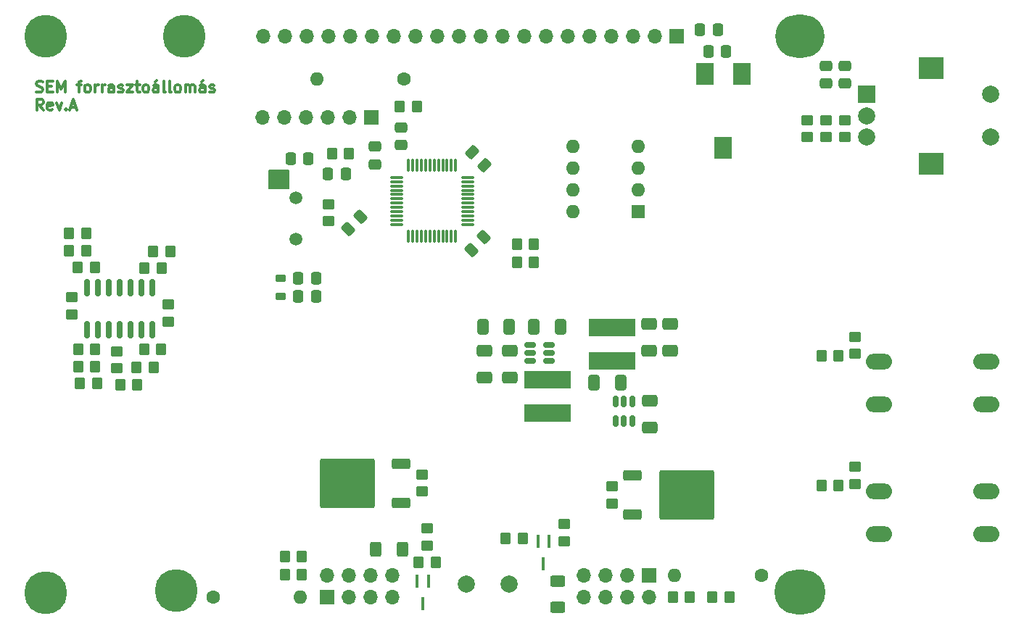
<source format=gts>
G04 #@! TF.GenerationSoftware,KiCad,Pcbnew,7.0.6*
G04 #@! TF.CreationDate,2023-08-14T20:41:20+02:00*
G04 #@! TF.ProjectId,forrasztos,666f7272-6173-47a7-946f-732e6b696361,rev?*
G04 #@! TF.SameCoordinates,Original*
G04 #@! TF.FileFunction,Soldermask,Top*
G04 #@! TF.FilePolarity,Negative*
%FSLAX46Y46*%
G04 Gerber Fmt 4.6, Leading zero omitted, Abs format (unit mm)*
G04 Created by KiCad (PCBNEW 7.0.6) date 2023-08-14 20:41:20*
%MOMM*%
%LPD*%
G01*
G04 APERTURE LIST*
G04 Aperture macros list*
%AMRoundRect*
0 Rectangle with rounded corners*
0 $1 Rounding radius*
0 $2 $3 $4 $5 $6 $7 $8 $9 X,Y pos of 4 corners*
0 Add a 4 corners polygon primitive as box body*
4,1,4,$2,$3,$4,$5,$6,$7,$8,$9,$2,$3,0*
0 Add four circle primitives for the rounded corners*
1,1,$1+$1,$2,$3*
1,1,$1+$1,$4,$5*
1,1,$1+$1,$6,$7*
1,1,$1+$1,$8,$9*
0 Add four rect primitives between the rounded corners*
20,1,$1+$1,$2,$3,$4,$5,0*
20,1,$1+$1,$4,$5,$6,$7,0*
20,1,$1+$1,$6,$7,$8,$9,0*
20,1,$1+$1,$8,$9,$2,$3,0*%
G04 Aperture macros list end*
%ADD10C,0.200000*%
%ADD11C,0.300000*%
%ADD12O,3.048000X1.850000*%
%ADD13RoundRect,0.150000X0.150000X-0.512500X0.150000X0.512500X-0.150000X0.512500X-0.150000X-0.512500X0*%
%ADD14RoundRect,0.250000X0.400000X0.625000X-0.400000X0.625000X-0.400000X-0.625000X0.400000X-0.625000X0*%
%ADD15RoundRect,0.250000X0.450000X-0.350000X0.450000X0.350000X-0.450000X0.350000X-0.450000X-0.350000X0*%
%ADD16C,2.900000*%
%ADD17C,5.000000*%
%ADD18O,3.670000X3.100000*%
%ADD19O,5.970000X5.200000*%
%ADD20O,3.670000X2.900000*%
%ADD21O,5.770000X5.000000*%
%ADD22RoundRect,0.250000X-0.337500X-0.475000X0.337500X-0.475000X0.337500X0.475000X-0.337500X0.475000X0*%
%ADD23O,1.700000X1.700000*%
%ADD24R,1.700000X1.700000*%
%ADD25R,0.450000X1.500000*%
%ADD26RoundRect,0.250000X0.475000X-0.337500X0.475000X0.337500X-0.475000X0.337500X-0.475000X-0.337500X0*%
%ADD27RoundRect,0.250000X-0.350000X-0.450000X0.350000X-0.450000X0.350000X0.450000X-0.350000X0.450000X0*%
%ADD28RoundRect,0.150000X-0.150000X0.825000X-0.150000X-0.825000X0.150000X-0.825000X0.150000X0.825000X0*%
%ADD29RoundRect,0.150000X0.512500X0.150000X-0.512500X0.150000X-0.512500X-0.150000X0.512500X-0.150000X0*%
%ADD30RoundRect,0.250000X-0.574524X-0.097227X-0.097227X-0.574524X0.574524X0.097227X0.097227X0.574524X0*%
%ADD31RoundRect,0.249997X-2.950003X-2.650003X2.950003X-2.650003X2.950003X2.650003X-2.950003X2.650003X0*%
%ADD32RoundRect,0.250000X-0.850000X-0.350000X0.850000X-0.350000X0.850000X0.350000X-0.850000X0.350000X0*%
%ADD33R,5.500000X2.150000*%
%ADD34RoundRect,0.250000X-0.450000X0.350000X-0.450000X-0.350000X0.450000X-0.350000X0.450000X0.350000X0*%
%ADD35RoundRect,0.250000X0.650000X-0.412500X0.650000X0.412500X-0.650000X0.412500X-0.650000X-0.412500X0*%
%ADD36RoundRect,0.075000X-0.662500X-0.075000X0.662500X-0.075000X0.662500X0.075000X-0.662500X0.075000X0*%
%ADD37RoundRect,0.075000X-0.075000X-0.662500X0.075000X-0.662500X0.075000X0.662500X-0.075000X0.662500X0*%
%ADD38RoundRect,0.250000X0.350000X0.450000X-0.350000X0.450000X-0.350000X-0.450000X0.350000X-0.450000X0*%
%ADD39RoundRect,0.250000X-0.097227X0.574524X-0.574524X0.097227X0.097227X-0.574524X0.574524X-0.097227X0*%
%ADD40RoundRect,0.218750X-0.381250X0.218750X-0.381250X-0.218750X0.381250X-0.218750X0.381250X0.218750X0*%
%ADD41RoundRect,0.250000X-0.412500X-0.650000X0.412500X-0.650000X0.412500X0.650000X-0.412500X0.650000X0*%
%ADD42RoundRect,0.250000X0.412500X0.650000X-0.412500X0.650000X-0.412500X-0.650000X0.412500X-0.650000X0*%
%ADD43C,1.600000*%
%ADD44O,1.600000X1.600000*%
%ADD45RoundRect,0.250000X0.625000X-0.400000X0.625000X0.400000X-0.625000X0.400000X-0.625000X-0.400000X0*%
%ADD46R,2.000000X2.500000*%
%ADD47C,1.500000*%
%ADD48C,2.000000*%
%ADD49R,1.600000X1.600000*%
%ADD50R,2.000000X2.000000*%
%ADD51R,3.000000X2.500000*%
%ADD52RoundRect,0.250000X-0.650000X0.412500X-0.650000X-0.412500X0.650000X-0.412500X0.650000X0.412500X0*%
%ADD53RoundRect,0.249997X2.950003X2.650003X-2.950003X2.650003X-2.950003X-2.650003X2.950003X-2.650003X0*%
%ADD54RoundRect,0.250000X0.850000X0.350000X-0.850000X0.350000X-0.850000X-0.350000X0.850000X-0.350000X0*%
G04 APERTURE END LIST*
D10*
X122050000Y-81150000D02*
X124350000Y-81150000D01*
X124350000Y-83300000D01*
X122050000Y-83300000D01*
X122050000Y-81150000D01*
G36*
X122050000Y-81150000D02*
G01*
X124350000Y-81150000D01*
X124350000Y-83300000D01*
X122050000Y-83300000D01*
X122050000Y-81150000D01*
G37*
D11*
X94894987Y-71970400D02*
X95080701Y-72032304D01*
X95080701Y-72032304D02*
X95390225Y-72032304D01*
X95390225Y-72032304D02*
X95514034Y-71970400D01*
X95514034Y-71970400D02*
X95575939Y-71908495D01*
X95575939Y-71908495D02*
X95637844Y-71784685D01*
X95637844Y-71784685D02*
X95637844Y-71660876D01*
X95637844Y-71660876D02*
X95575939Y-71537066D01*
X95575939Y-71537066D02*
X95514034Y-71475161D01*
X95514034Y-71475161D02*
X95390225Y-71413257D01*
X95390225Y-71413257D02*
X95142606Y-71351352D01*
X95142606Y-71351352D02*
X95018796Y-71289447D01*
X95018796Y-71289447D02*
X94956891Y-71227542D01*
X94956891Y-71227542D02*
X94894987Y-71103733D01*
X94894987Y-71103733D02*
X94894987Y-70979923D01*
X94894987Y-70979923D02*
X94956891Y-70856114D01*
X94956891Y-70856114D02*
X95018796Y-70794209D01*
X95018796Y-70794209D02*
X95142606Y-70732304D01*
X95142606Y-70732304D02*
X95452129Y-70732304D01*
X95452129Y-70732304D02*
X95637844Y-70794209D01*
X96194986Y-71351352D02*
X96628320Y-71351352D01*
X96814034Y-72032304D02*
X96194986Y-72032304D01*
X96194986Y-72032304D02*
X96194986Y-70732304D01*
X96194986Y-70732304D02*
X96814034Y-70732304D01*
X97371176Y-72032304D02*
X97371176Y-70732304D01*
X97371176Y-70732304D02*
X97804510Y-71660876D01*
X97804510Y-71660876D02*
X98237843Y-70732304D01*
X98237843Y-70732304D02*
X98237843Y-72032304D01*
X99661652Y-71165638D02*
X100156890Y-71165638D01*
X99847366Y-72032304D02*
X99847366Y-70918019D01*
X99847366Y-70918019D02*
X99909271Y-70794209D01*
X99909271Y-70794209D02*
X100033081Y-70732304D01*
X100033081Y-70732304D02*
X100156890Y-70732304D01*
X100775938Y-72032304D02*
X100652128Y-71970400D01*
X100652128Y-71970400D02*
X100590223Y-71908495D01*
X100590223Y-71908495D02*
X100528319Y-71784685D01*
X100528319Y-71784685D02*
X100528319Y-71413257D01*
X100528319Y-71413257D02*
X100590223Y-71289447D01*
X100590223Y-71289447D02*
X100652128Y-71227542D01*
X100652128Y-71227542D02*
X100775938Y-71165638D01*
X100775938Y-71165638D02*
X100961652Y-71165638D01*
X100961652Y-71165638D02*
X101085461Y-71227542D01*
X101085461Y-71227542D02*
X101147366Y-71289447D01*
X101147366Y-71289447D02*
X101209271Y-71413257D01*
X101209271Y-71413257D02*
X101209271Y-71784685D01*
X101209271Y-71784685D02*
X101147366Y-71908495D01*
X101147366Y-71908495D02*
X101085461Y-71970400D01*
X101085461Y-71970400D02*
X100961652Y-72032304D01*
X100961652Y-72032304D02*
X100775938Y-72032304D01*
X101766413Y-72032304D02*
X101766413Y-71165638D01*
X101766413Y-71413257D02*
X101828318Y-71289447D01*
X101828318Y-71289447D02*
X101890223Y-71227542D01*
X101890223Y-71227542D02*
X102014032Y-71165638D01*
X102014032Y-71165638D02*
X102137842Y-71165638D01*
X102571175Y-72032304D02*
X102571175Y-71165638D01*
X102571175Y-71413257D02*
X102633080Y-71289447D01*
X102633080Y-71289447D02*
X102694985Y-71227542D01*
X102694985Y-71227542D02*
X102818794Y-71165638D01*
X102818794Y-71165638D02*
X102942604Y-71165638D01*
X103933080Y-72032304D02*
X103933080Y-71351352D01*
X103933080Y-71351352D02*
X103871175Y-71227542D01*
X103871175Y-71227542D02*
X103747366Y-71165638D01*
X103747366Y-71165638D02*
X103499747Y-71165638D01*
X103499747Y-71165638D02*
X103375937Y-71227542D01*
X103933080Y-71970400D02*
X103809271Y-72032304D01*
X103809271Y-72032304D02*
X103499747Y-72032304D01*
X103499747Y-72032304D02*
X103375937Y-71970400D01*
X103375937Y-71970400D02*
X103314033Y-71846590D01*
X103314033Y-71846590D02*
X103314033Y-71722780D01*
X103314033Y-71722780D02*
X103375937Y-71598971D01*
X103375937Y-71598971D02*
X103499747Y-71537066D01*
X103499747Y-71537066D02*
X103809271Y-71537066D01*
X103809271Y-71537066D02*
X103933080Y-71475161D01*
X104490223Y-71970400D02*
X104614032Y-72032304D01*
X104614032Y-72032304D02*
X104861651Y-72032304D01*
X104861651Y-72032304D02*
X104985461Y-71970400D01*
X104985461Y-71970400D02*
X105047365Y-71846590D01*
X105047365Y-71846590D02*
X105047365Y-71784685D01*
X105047365Y-71784685D02*
X104985461Y-71660876D01*
X104985461Y-71660876D02*
X104861651Y-71598971D01*
X104861651Y-71598971D02*
X104675937Y-71598971D01*
X104675937Y-71598971D02*
X104552127Y-71537066D01*
X104552127Y-71537066D02*
X104490223Y-71413257D01*
X104490223Y-71413257D02*
X104490223Y-71351352D01*
X104490223Y-71351352D02*
X104552127Y-71227542D01*
X104552127Y-71227542D02*
X104675937Y-71165638D01*
X104675937Y-71165638D02*
X104861651Y-71165638D01*
X104861651Y-71165638D02*
X104985461Y-71227542D01*
X105480699Y-71165638D02*
X106161651Y-71165638D01*
X106161651Y-71165638D02*
X105480699Y-72032304D01*
X105480699Y-72032304D02*
X106161651Y-72032304D01*
X106471175Y-71165638D02*
X106966413Y-71165638D01*
X106656889Y-70732304D02*
X106656889Y-71846590D01*
X106656889Y-71846590D02*
X106718794Y-71970400D01*
X106718794Y-71970400D02*
X106842604Y-72032304D01*
X106842604Y-72032304D02*
X106966413Y-72032304D01*
X107585461Y-72032304D02*
X107461651Y-71970400D01*
X107461651Y-71970400D02*
X107399746Y-71908495D01*
X107399746Y-71908495D02*
X107337842Y-71784685D01*
X107337842Y-71784685D02*
X107337842Y-71413257D01*
X107337842Y-71413257D02*
X107399746Y-71289447D01*
X107399746Y-71289447D02*
X107461651Y-71227542D01*
X107461651Y-71227542D02*
X107585461Y-71165638D01*
X107585461Y-71165638D02*
X107771175Y-71165638D01*
X107771175Y-71165638D02*
X107894984Y-71227542D01*
X107894984Y-71227542D02*
X107956889Y-71289447D01*
X107956889Y-71289447D02*
X108018794Y-71413257D01*
X108018794Y-71413257D02*
X108018794Y-71784685D01*
X108018794Y-71784685D02*
X107956889Y-71908495D01*
X107956889Y-71908495D02*
X107894984Y-71970400D01*
X107894984Y-71970400D02*
X107771175Y-72032304D01*
X107771175Y-72032304D02*
X107585461Y-72032304D01*
X109133079Y-72032304D02*
X109133079Y-71351352D01*
X109133079Y-71351352D02*
X109071174Y-71227542D01*
X109071174Y-71227542D02*
X108947365Y-71165638D01*
X108947365Y-71165638D02*
X108699746Y-71165638D01*
X108699746Y-71165638D02*
X108575936Y-71227542D01*
X109133079Y-71970400D02*
X109009270Y-72032304D01*
X109009270Y-72032304D02*
X108699746Y-72032304D01*
X108699746Y-72032304D02*
X108575936Y-71970400D01*
X108575936Y-71970400D02*
X108514032Y-71846590D01*
X108514032Y-71846590D02*
X108514032Y-71722780D01*
X108514032Y-71722780D02*
X108575936Y-71598971D01*
X108575936Y-71598971D02*
X108699746Y-71537066D01*
X108699746Y-71537066D02*
X109009270Y-71537066D01*
X109009270Y-71537066D02*
X109133079Y-71475161D01*
X108947365Y-70670400D02*
X108761651Y-70856114D01*
X109937841Y-72032304D02*
X109814031Y-71970400D01*
X109814031Y-71970400D02*
X109752126Y-71846590D01*
X109752126Y-71846590D02*
X109752126Y-70732304D01*
X110618793Y-72032304D02*
X110494983Y-71970400D01*
X110494983Y-71970400D02*
X110433078Y-71846590D01*
X110433078Y-71846590D02*
X110433078Y-70732304D01*
X111299745Y-72032304D02*
X111175935Y-71970400D01*
X111175935Y-71970400D02*
X111114030Y-71908495D01*
X111114030Y-71908495D02*
X111052126Y-71784685D01*
X111052126Y-71784685D02*
X111052126Y-71413257D01*
X111052126Y-71413257D02*
X111114030Y-71289447D01*
X111114030Y-71289447D02*
X111175935Y-71227542D01*
X111175935Y-71227542D02*
X111299745Y-71165638D01*
X111299745Y-71165638D02*
X111485459Y-71165638D01*
X111485459Y-71165638D02*
X111609268Y-71227542D01*
X111609268Y-71227542D02*
X111671173Y-71289447D01*
X111671173Y-71289447D02*
X111733078Y-71413257D01*
X111733078Y-71413257D02*
X111733078Y-71784685D01*
X111733078Y-71784685D02*
X111671173Y-71908495D01*
X111671173Y-71908495D02*
X111609268Y-71970400D01*
X111609268Y-71970400D02*
X111485459Y-72032304D01*
X111485459Y-72032304D02*
X111299745Y-72032304D01*
X112290220Y-72032304D02*
X112290220Y-71165638D01*
X112290220Y-71289447D02*
X112352125Y-71227542D01*
X112352125Y-71227542D02*
X112475935Y-71165638D01*
X112475935Y-71165638D02*
X112661649Y-71165638D01*
X112661649Y-71165638D02*
X112785458Y-71227542D01*
X112785458Y-71227542D02*
X112847363Y-71351352D01*
X112847363Y-71351352D02*
X112847363Y-72032304D01*
X112847363Y-71351352D02*
X112909268Y-71227542D01*
X112909268Y-71227542D02*
X113033077Y-71165638D01*
X113033077Y-71165638D02*
X113218792Y-71165638D01*
X113218792Y-71165638D02*
X113342601Y-71227542D01*
X113342601Y-71227542D02*
X113404506Y-71351352D01*
X113404506Y-71351352D02*
X113404506Y-72032304D01*
X114580696Y-72032304D02*
X114580696Y-71351352D01*
X114580696Y-71351352D02*
X114518791Y-71227542D01*
X114518791Y-71227542D02*
X114394982Y-71165638D01*
X114394982Y-71165638D02*
X114147363Y-71165638D01*
X114147363Y-71165638D02*
X114023553Y-71227542D01*
X114580696Y-71970400D02*
X114456887Y-72032304D01*
X114456887Y-72032304D02*
X114147363Y-72032304D01*
X114147363Y-72032304D02*
X114023553Y-71970400D01*
X114023553Y-71970400D02*
X113961649Y-71846590D01*
X113961649Y-71846590D02*
X113961649Y-71722780D01*
X113961649Y-71722780D02*
X114023553Y-71598971D01*
X114023553Y-71598971D02*
X114147363Y-71537066D01*
X114147363Y-71537066D02*
X114456887Y-71537066D01*
X114456887Y-71537066D02*
X114580696Y-71475161D01*
X114394982Y-70670400D02*
X114209268Y-70856114D01*
X115137839Y-71970400D02*
X115261648Y-72032304D01*
X115261648Y-72032304D02*
X115509267Y-72032304D01*
X115509267Y-72032304D02*
X115633077Y-71970400D01*
X115633077Y-71970400D02*
X115694981Y-71846590D01*
X115694981Y-71846590D02*
X115694981Y-71784685D01*
X115694981Y-71784685D02*
X115633077Y-71660876D01*
X115633077Y-71660876D02*
X115509267Y-71598971D01*
X115509267Y-71598971D02*
X115323553Y-71598971D01*
X115323553Y-71598971D02*
X115199743Y-71537066D01*
X115199743Y-71537066D02*
X115137839Y-71413257D01*
X115137839Y-71413257D02*
X115137839Y-71351352D01*
X115137839Y-71351352D02*
X115199743Y-71227542D01*
X115199743Y-71227542D02*
X115323553Y-71165638D01*
X115323553Y-71165638D02*
X115509267Y-71165638D01*
X115509267Y-71165638D02*
X115633077Y-71227542D01*
X95699748Y-74125304D02*
X95266415Y-73506257D01*
X94956891Y-74125304D02*
X94956891Y-72825304D01*
X94956891Y-72825304D02*
X95452129Y-72825304D01*
X95452129Y-72825304D02*
X95575939Y-72887209D01*
X95575939Y-72887209D02*
X95637844Y-72949114D01*
X95637844Y-72949114D02*
X95699748Y-73072923D01*
X95699748Y-73072923D02*
X95699748Y-73258638D01*
X95699748Y-73258638D02*
X95637844Y-73382447D01*
X95637844Y-73382447D02*
X95575939Y-73444352D01*
X95575939Y-73444352D02*
X95452129Y-73506257D01*
X95452129Y-73506257D02*
X94956891Y-73506257D01*
X96752129Y-74063400D02*
X96628320Y-74125304D01*
X96628320Y-74125304D02*
X96380701Y-74125304D01*
X96380701Y-74125304D02*
X96256891Y-74063400D01*
X96256891Y-74063400D02*
X96194987Y-73939590D01*
X96194987Y-73939590D02*
X96194987Y-73444352D01*
X96194987Y-73444352D02*
X96256891Y-73320542D01*
X96256891Y-73320542D02*
X96380701Y-73258638D01*
X96380701Y-73258638D02*
X96628320Y-73258638D01*
X96628320Y-73258638D02*
X96752129Y-73320542D01*
X96752129Y-73320542D02*
X96814034Y-73444352D01*
X96814034Y-73444352D02*
X96814034Y-73568161D01*
X96814034Y-73568161D02*
X96194987Y-73691971D01*
X97247368Y-73258638D02*
X97556892Y-74125304D01*
X97556892Y-74125304D02*
X97866415Y-73258638D01*
X98361653Y-74001495D02*
X98423558Y-74063400D01*
X98423558Y-74063400D02*
X98361653Y-74125304D01*
X98361653Y-74125304D02*
X98299749Y-74063400D01*
X98299749Y-74063400D02*
X98361653Y-74001495D01*
X98361653Y-74001495D02*
X98361653Y-74125304D01*
X98918797Y-73753876D02*
X99537844Y-73753876D01*
X98794987Y-74125304D02*
X99228320Y-72825304D01*
X99228320Y-72825304D02*
X99661654Y-74125304D01*
D12*
X193300000Y-118700000D03*
X205800000Y-118700000D03*
X193300000Y-123700000D03*
X205800000Y-123700000D03*
D13*
X162550000Y-108175000D03*
X163500000Y-108175000D03*
X164450000Y-108175000D03*
X164450000Y-110450000D03*
X163500000Y-110450000D03*
X162550000Y-110450000D03*
D14*
X137650000Y-125400000D03*
X134550000Y-125400000D03*
D15*
X190440000Y-117800000D03*
X190440000Y-115800000D03*
D16*
X111200000Y-130300000D03*
D17*
X111200000Y-130300000D03*
D18*
X184000000Y-130400000D03*
D19*
X184000000Y-130400000D03*
D20*
X184000000Y-65500000D03*
D21*
X184000000Y-65500000D03*
D15*
X184850000Y-77300000D03*
X184850000Y-75300000D03*
D22*
X173362500Y-67300000D03*
X175437500Y-67300000D03*
D23*
X131340000Y-131010000D03*
X133880000Y-131010000D03*
X131340000Y-128470000D03*
X136420000Y-131010000D03*
X133880000Y-128470000D03*
X136420000Y-128470000D03*
D24*
X128800000Y-131010000D03*
D23*
X128800000Y-128470000D03*
D25*
X140650000Y-129140000D03*
X139350000Y-129140000D03*
X140000000Y-131800000D03*
D26*
X134400000Y-80437500D03*
X134400000Y-78362500D03*
D22*
X125462501Y-93800000D03*
X127537501Y-93800000D03*
X125462500Y-95900001D03*
X127537500Y-95900001D03*
D15*
X129000000Y-87100000D03*
X129000000Y-85100000D03*
D27*
X129400000Y-79200000D03*
X131400000Y-79200000D03*
X106585000Y-104185000D03*
X108585000Y-104185000D03*
D15*
X187050000Y-77300000D03*
X187050000Y-75300000D03*
D28*
X108435000Y-94865000D03*
X107165000Y-94865000D03*
X105895000Y-94865000D03*
X104625000Y-94865000D03*
X103355000Y-94865000D03*
X102085000Y-94865000D03*
X100815000Y-94865000D03*
X100815000Y-99815000D03*
X102085000Y-99815000D03*
X103355000Y-99815000D03*
X104625000Y-99815000D03*
X105895000Y-99815000D03*
X107165000Y-99815000D03*
X108435000Y-99815000D03*
D22*
X172362500Y-64700000D03*
X174437500Y-64700000D03*
D29*
X154787500Y-103425000D03*
X154787500Y-102475000D03*
X154787500Y-101525000D03*
X152512500Y-101525000D03*
X152512500Y-102475000D03*
X152512500Y-103425000D03*
D30*
X145766377Y-79066377D03*
X147233623Y-80533623D03*
D27*
X139500000Y-127000000D03*
X141500000Y-127000000D03*
D31*
X170800000Y-119100000D03*
D32*
X164500000Y-116820000D03*
X164500000Y-121380000D03*
D33*
X154612500Y-105650000D03*
X154612500Y-109500000D03*
D34*
X139900000Y-116700000D03*
X139900000Y-118700000D03*
D35*
X147212500Y-105337500D03*
X147212500Y-102212500D03*
D36*
X136930500Y-81987500D03*
X136930500Y-82487500D03*
X136930500Y-82987500D03*
X136930500Y-83487500D03*
X136930500Y-83987500D03*
X136930500Y-84487500D03*
X136930500Y-84987500D03*
X136930500Y-85487500D03*
X136930500Y-85987500D03*
X136930500Y-86487500D03*
X136930500Y-86987500D03*
X136930500Y-87487500D03*
D37*
X138343000Y-88900000D03*
X138843000Y-88900000D03*
X139343000Y-88900000D03*
X139843000Y-88900000D03*
X140343000Y-88900000D03*
X140843000Y-88900000D03*
X141343000Y-88900000D03*
X141843000Y-88900000D03*
X142343000Y-88900000D03*
X142843000Y-88900000D03*
X143343000Y-88900000D03*
X143843000Y-88900000D03*
D36*
X145255500Y-87487500D03*
X145255500Y-86987500D03*
X145255500Y-86487500D03*
X145255500Y-85987500D03*
X145255500Y-85487500D03*
X145255500Y-84987500D03*
X145255500Y-84487500D03*
X145255500Y-83987500D03*
X145255500Y-83487500D03*
X145255500Y-82987500D03*
X145255500Y-82487500D03*
X145255500Y-81987500D03*
D37*
X143843000Y-80575000D03*
X143343000Y-80575000D03*
X142843000Y-80575000D03*
X142343000Y-80575000D03*
X141843000Y-80575000D03*
X141343000Y-80575000D03*
X140843000Y-80575000D03*
X140343000Y-80575000D03*
X139843000Y-80575000D03*
X139343000Y-80575000D03*
X138843000Y-80575000D03*
X138343000Y-80575000D03*
D26*
X189250000Y-71000000D03*
X189250000Y-68925000D03*
D22*
X124562500Y-79800000D03*
X126637500Y-79800000D03*
D38*
X106685000Y-106185000D03*
X104685000Y-106185000D03*
D27*
X123900000Y-126300000D03*
X125900000Y-126300000D03*
D39*
X147133623Y-88966377D03*
X145666377Y-90433623D03*
D40*
X123400000Y-93737500D03*
X123400000Y-95862500D03*
D27*
X98715000Y-88515000D03*
X100715000Y-88515000D03*
X108522107Y-90615000D03*
X110522107Y-90615000D03*
D38*
X171200000Y-131000000D03*
X169200000Y-131000000D03*
D23*
X163860000Y-128460000D03*
X163860000Y-131000000D03*
X161320000Y-131000000D03*
X161320000Y-128460000D03*
X158780000Y-128460000D03*
X158780000Y-131000000D03*
D24*
X166400000Y-128460000D03*
D23*
X166400000Y-131000000D03*
D27*
X107485000Y-102085000D03*
X109485000Y-102085000D03*
D24*
X169615000Y-65500000D03*
D23*
X167075000Y-65500000D03*
X164535000Y-65500000D03*
X161995000Y-65500000D03*
X159455000Y-65500000D03*
X156915000Y-65500000D03*
X154375000Y-65500000D03*
X151835000Y-65500000D03*
X149295000Y-65500000D03*
X146755000Y-65500000D03*
X144215000Y-65500000D03*
X141675000Y-65500000D03*
X139135000Y-65500000D03*
X136595000Y-65500000D03*
X134055000Y-65500000D03*
X131515000Y-65500000D03*
X128975000Y-65500000D03*
X126435000Y-65500000D03*
X123895000Y-65500000D03*
X121355000Y-65500000D03*
D34*
X99015000Y-96015000D03*
X99015000Y-98015000D03*
D27*
X151000000Y-91900000D03*
X153000000Y-91900000D03*
D24*
X133981000Y-74958500D03*
D23*
X131441000Y-74958500D03*
X128901000Y-74958500D03*
X126361000Y-74958500D03*
X123821000Y-74958500D03*
X121281000Y-74958500D03*
D41*
X147000000Y-99475000D03*
X150125000Y-99475000D03*
D15*
X140500000Y-125000000D03*
X140500000Y-123000000D03*
D26*
X137500000Y-78200000D03*
X137500000Y-76125000D03*
D38*
X101985000Y-106085000D03*
X99985000Y-106085000D03*
D42*
X156125000Y-99475000D03*
X153000000Y-99475000D03*
D43*
X179560000Y-128460000D03*
D44*
X169400000Y-128460000D03*
D35*
X150212500Y-105337500D03*
X150212500Y-102212500D03*
X166500000Y-111237500D03*
X166500000Y-108112500D03*
D15*
X104285000Y-104285000D03*
X104285000Y-102285000D03*
D38*
X101785000Y-102085000D03*
X99785000Y-102085000D03*
X100715000Y-90515000D03*
X98715000Y-90515000D03*
X101715000Y-92515000D03*
X99715000Y-92515000D03*
D43*
X137830000Y-70500000D03*
D44*
X127670000Y-70500000D03*
D12*
X193300000Y-103500000D03*
X205800000Y-103500000D03*
X193300000Y-108500000D03*
X205800000Y-108500000D03*
D45*
X155800000Y-132250000D03*
X155800000Y-129150000D03*
D46*
X172950000Y-69875000D03*
X175100000Y-78525000D03*
X177250000Y-69875000D03*
D26*
X187050000Y-71000000D03*
X187050000Y-68925000D03*
D16*
X96000000Y-65500000D03*
D17*
X96000000Y-65500000D03*
D27*
X99785000Y-104085000D03*
X101785000Y-104085000D03*
D15*
X189250000Y-77300000D03*
X189250000Y-75300000D03*
D47*
X125200000Y-84350000D03*
X125200000Y-89230000D03*
D34*
X156500000Y-122500000D03*
X156500000Y-124500000D03*
D27*
X137299000Y-73688500D03*
X139299000Y-73688500D03*
D15*
X162075000Y-120075000D03*
X162075000Y-118075000D03*
D48*
X145100000Y-129500000D03*
X150100000Y-129500000D03*
D39*
X132733623Y-86566377D03*
X131266377Y-88033623D03*
D16*
X112200000Y-65500000D03*
D17*
X112200000Y-65500000D03*
D49*
X165200000Y-86000000D03*
D44*
X165200000Y-83460000D03*
X165200000Y-80920000D03*
X165200000Y-78380000D03*
X157580000Y-78380000D03*
X157580000Y-80920000D03*
X157580000Y-83460000D03*
X157580000Y-86000000D03*
D41*
X160000000Y-105975000D03*
X163125000Y-105975000D03*
D27*
X151000000Y-89800000D03*
X153000000Y-89800000D03*
D43*
X115520000Y-131000000D03*
D44*
X125680000Y-131000000D03*
D22*
X128962500Y-81600000D03*
X131037500Y-81600000D03*
D16*
X96000000Y-130500000D03*
D17*
X96000000Y-130500000D03*
D50*
X191850000Y-72300000D03*
D48*
X191850000Y-77300000D03*
X191850000Y-74800000D03*
D51*
X199350000Y-69200000D03*
X199350000Y-80400000D03*
D48*
X206350000Y-72300000D03*
X206350000Y-77300000D03*
D15*
X190440000Y-102600000D03*
X190440000Y-100600000D03*
D52*
X168900000Y-99112500D03*
X168900000Y-102237500D03*
D38*
X125900000Y-128400000D03*
X123900000Y-128400000D03*
D33*
X162100000Y-103400000D03*
X162100000Y-99550000D03*
D38*
X151700000Y-124200000D03*
X149700000Y-124200000D03*
D52*
X166400000Y-99112500D03*
X166400000Y-102237500D03*
D27*
X186540000Y-102800000D03*
X188540000Y-102800000D03*
X186540000Y-118000000D03*
X188540000Y-118000000D03*
D25*
X154750000Y-124470000D03*
X153450000Y-124470000D03*
X154100000Y-127130000D03*
D15*
X110315000Y-98815000D03*
X110315000Y-96815000D03*
D27*
X107515000Y-92615000D03*
X109515000Y-92615000D03*
X173800000Y-131000000D03*
X175800000Y-131000000D03*
D53*
X131200000Y-117700000D03*
D54*
X137500000Y-119980000D03*
X137500000Y-115420000D03*
M02*

</source>
